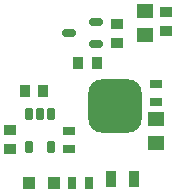
<source format=gtp>
G04*
G04 #@! TF.GenerationSoftware,Altium Limited,Altium Designer,24.10.1 (45)*
G04*
G04 Layer_Color=8421504*
%FSLAX44Y44*%
%MOMM*%
G71*
G04*
G04 #@! TF.SameCoordinates,DE934D07-760A-40F3-A6A2-C4044611B154*
G04*
G04*
G04 #@! TF.FilePolarity,Positive*
G04*
G01*
G75*
G04:AMPARAMS|DCode=13|XSize=1.1mm|YSize=0.6mm|CornerRadius=0.15mm|HoleSize=0mm|Usage=FLASHONLY|Rotation=270.000|XOffset=0mm|YOffset=0mm|HoleType=Round|Shape=RoundedRectangle|*
%AMROUNDEDRECTD13*
21,1,1.1000,0.3000,0,0,270.0*
21,1,0.8000,0.6000,0,0,270.0*
1,1,0.3000,-0.1500,-0.4000*
1,1,0.3000,-0.1500,0.4000*
1,1,0.3000,0.1500,0.4000*
1,1,0.3000,0.1500,-0.4000*
%
%ADD13ROUNDEDRECTD13*%
G04:AMPARAMS|DCode=14|XSize=1.15mm|YSize=0.6mm|CornerRadius=0.15mm|HoleSize=0mm|Usage=FLASHONLY|Rotation=180.000|XOffset=0mm|YOffset=0mm|HoleType=Round|Shape=RoundedRectangle|*
%AMROUNDEDRECTD14*
21,1,1.1500,0.3000,0,0,180.0*
21,1,0.8500,0.6000,0,0,180.0*
1,1,0.3000,-0.4250,0.1500*
1,1,0.3000,0.4250,0.1500*
1,1,0.3000,0.4250,-0.1500*
1,1,0.3000,-0.4250,-0.1500*
%
%ADD14ROUNDEDRECTD14*%
%ADD15R,0.7500X1.0000*%
%ADD16R,1.0400X1.0400*%
%ADD17R,1.4500X1.1500*%
%ADD18R,0.9500X1.0000*%
G04:AMPARAMS|DCode=19|XSize=4.5mm|YSize=4.5mm|CornerRadius=1.125mm|HoleSize=0mm|Usage=FLASHONLY|Rotation=0.000|XOffset=0mm|YOffset=0mm|HoleType=Round|Shape=RoundedRectangle|*
%AMROUNDEDRECTD19*
21,1,4.5000,2.2500,0,0,0.0*
21,1,2.2500,4.5000,0,0,0.0*
1,1,2.2500,1.1250,-1.1250*
1,1,2.2500,-1.1250,-1.1250*
1,1,2.2500,-1.1250,1.1250*
1,1,2.2500,1.1250,1.1250*
%
%ADD19ROUNDEDRECTD19*%
%ADD20R,0.9500X1.4500*%
%ADD21R,1.0000X0.9500*%
%ADD22R,1.0000X0.7500*%
D13*
X-41250Y296520D02*
D03*
X-22250Y296520D02*
D03*
X-41250Y324520D02*
D03*
X-31750Y324520D02*
D03*
X-22250Y324520D02*
D03*
D14*
X-7690Y393070D02*
D03*
X15310Y402570D02*
D03*
X15310Y383570D02*
D03*
D15*
X-4960Y266070D02*
D03*
X10040Y266070D02*
D03*
D16*
X-41250Y266070D02*
D03*
X-20250Y266070D02*
D03*
D17*
X66040Y320520D02*
D03*
Y300520D02*
D03*
X57150Y411960D02*
D03*
Y391960D02*
D03*
D18*
X16000Y367670D02*
D03*
X0Y367670D02*
D03*
X-28945Y343965D02*
D03*
X-44945Y343965D02*
D03*
D19*
X31960Y331600D02*
D03*
D20*
X47440Y269880D02*
D03*
X27940Y269880D02*
D03*
D21*
X74930Y395230D02*
D03*
Y411230D02*
D03*
X-57150Y294900D02*
D03*
X-57150Y310900D02*
D03*
X33020Y401070D02*
D03*
X33020Y385070D02*
D03*
D22*
X66040Y349770D02*
D03*
Y334770D02*
D03*
X-7620Y295400D02*
D03*
X-7620Y310400D02*
D03*
M02*

</source>
